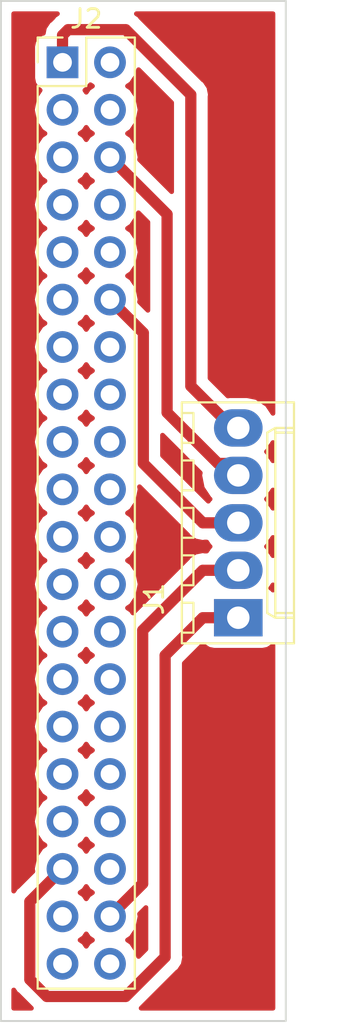
<source format=kicad_pcb>
(kicad_pcb (version 20171130) (host pcbnew 5.0.0-rc2-dev-unknown-5e5e80d~64~ubuntu16.04.1)

  (general
    (thickness 1.6)
    (drawings 4)
    (tracks 30)
    (zones 0)
    (modules 2)
    (nets 41)
  )

  (page A4)
  (layers
    (0 F.Cu signal)
    (31 B.Cu signal)
    (32 B.Adhes user)
    (33 F.Adhes user)
    (34 B.Paste user)
    (35 F.Paste user)
    (36 B.SilkS user)
    (37 F.SilkS user)
    (38 B.Mask user)
    (39 F.Mask user)
    (40 Dwgs.User user)
    (41 Cmts.User user)
    (42 Eco1.User user)
    (43 Eco2.User user)
    (44 Edge.Cuts user)
    (45 Margin user)
    (46 B.CrtYd user)
    (47 F.CrtYd user)
    (48 B.Fab user)
    (49 F.Fab user)
  )

  (setup
    (last_trace_width 0.6)
    (trace_clearance 0.6)
    (zone_clearance 0.508)
    (zone_45_only no)
    (trace_min 0.2)
    (segment_width 0.2)
    (edge_width 0.1)
    (via_size 0.8)
    (via_drill 0.4)
    (via_min_size 0.4)
    (via_min_drill 0.3)
    (uvia_size 0.3)
    (uvia_drill 0.1)
    (uvias_allowed no)
    (uvia_min_size 0.2)
    (uvia_min_drill 0.1)
    (pcb_text_width 0.3)
    (pcb_text_size 1.5 1.5)
    (mod_edge_width 0.15)
    (mod_text_size 1 1)
    (mod_text_width 0.15)
    (pad_size 1.5 1.5)
    (pad_drill 0.6)
    (pad_to_mask_clearance 0)
    (aux_axis_origin 0 0)
    (visible_elements FFFFFF7F)
    (pcbplotparams
      (layerselection 0x01000_7fffffff)
      (usegerberextensions false)
      (usegerberattributes false)
      (usegerberadvancedattributes false)
      (creategerberjobfile false)
      (excludeedgelayer true)
      (linewidth 0.100000)
      (plotframeref false)
      (viasonmask false)
      (mode 1)
      (useauxorigin false)
      (hpglpennumber 1)
      (hpglpenspeed 20)
      (hpglpendiameter 15)
      (psnegative false)
      (psa4output false)
      (plotreference true)
      (plotvalue true)
      (plotinvisibletext false)
      (padsonsilk false)
      (subtractmaskfromsilk false)
      (outputformat 1)
      (mirror false)
      (drillshape 0)
      (scaleselection 1)
      (outputdirectory lpkf_2/))
  )

  (net 0 "")
  (net 1 3.3v)
  (net 2 gnd)
  (net 3 bclk)
  (net 4 dout)
  (net 5 lrcl)
  (net 6 "Net-(J2-Pad40)")
  (net 7 "Net-(J2-Pad39)")
  (net 8 "Net-(J2-Pad37)")
  (net 9 "Net-(J2-Pad36)")
  (net 10 "Net-(J2-Pad34)")
  (net 11 "Net-(J2-Pad33)")
  (net 12 "Net-(J2-Pad32)")
  (net 13 "Net-(J2-Pad31)")
  (net 14 "Net-(J2-Pad30)")
  (net 15 "Net-(J2-Pad29)")
  (net 16 "Net-(J2-Pad28)")
  (net 17 "Net-(J2-Pad27)")
  (net 18 "Net-(J2-Pad26)")
  (net 19 "Net-(J2-Pad25)")
  (net 20 "Net-(J2-Pad24)")
  (net 21 "Net-(J2-Pad23)")
  (net 22 "Net-(J2-Pad22)")
  (net 23 "Net-(J2-Pad21)")
  (net 24 "Net-(J2-Pad20)")
  (net 25 "Net-(J2-Pad19)")
  (net 26 "Net-(J2-Pad18)")
  (net 27 "Net-(J2-Pad17)")
  (net 28 "Net-(J2-Pad16)")
  (net 29 "Net-(J2-Pad15)")
  (net 30 "Net-(J2-Pad14)")
  (net 31 "Net-(J2-Pad13)")
  (net 32 "Net-(J2-Pad11)")
  (net 33 "Net-(J2-Pad10)")
  (net 34 "Net-(J2-Pad9)")
  (net 35 "Net-(J2-Pad8)")
  (net 36 "Net-(J2-Pad7)")
  (net 37 "Net-(J2-Pad5)")
  (net 38 "Net-(J2-Pad4)")
  (net 39 "Net-(J2-Pad3)")
  (net 40 "Net-(J2-Pad2)")

  (net_class Default "This is the default net class."
    (clearance 0.6)
    (trace_width 0.6)
    (via_dia 0.8)
    (via_drill 0.4)
    (uvia_dia 0.3)
    (uvia_drill 0.1)
    (add_net 3.3v)
    (add_net "Net-(J2-Pad10)")
    (add_net "Net-(J2-Pad11)")
    (add_net "Net-(J2-Pad13)")
    (add_net "Net-(J2-Pad14)")
    (add_net "Net-(J2-Pad15)")
    (add_net "Net-(J2-Pad16)")
    (add_net "Net-(J2-Pad17)")
    (add_net "Net-(J2-Pad18)")
    (add_net "Net-(J2-Pad19)")
    (add_net "Net-(J2-Pad2)")
    (add_net "Net-(J2-Pad20)")
    (add_net "Net-(J2-Pad21)")
    (add_net "Net-(J2-Pad22)")
    (add_net "Net-(J2-Pad23)")
    (add_net "Net-(J2-Pad24)")
    (add_net "Net-(J2-Pad25)")
    (add_net "Net-(J2-Pad26)")
    (add_net "Net-(J2-Pad27)")
    (add_net "Net-(J2-Pad28)")
    (add_net "Net-(J2-Pad29)")
    (add_net "Net-(J2-Pad3)")
    (add_net "Net-(J2-Pad30)")
    (add_net "Net-(J2-Pad31)")
    (add_net "Net-(J2-Pad32)")
    (add_net "Net-(J2-Pad33)")
    (add_net "Net-(J2-Pad34)")
    (add_net "Net-(J2-Pad36)")
    (add_net "Net-(J2-Pad37)")
    (add_net "Net-(J2-Pad39)")
    (add_net "Net-(J2-Pad4)")
    (add_net "Net-(J2-Pad40)")
    (add_net "Net-(J2-Pad5)")
    (add_net "Net-(J2-Pad7)")
    (add_net "Net-(J2-Pad8)")
    (add_net "Net-(J2-Pad9)")
    (add_net bclk)
    (add_net dout)
    (add_net gnd)
    (add_net lrcl)
  )

  (module Connectors_Molex:Molex_KK-6410-05_05x2.54mm_Straight (layer F.Cu) (tedit 58EE6EEA) (tstamp 5AEA0FAC)
    (at 133.35 116.84 90)
    (descr "Connector Headers with Friction Lock, 22-27-2051, http://www.molex.com/pdm_docs/sd/022272021_sd.pdf")
    (tags "connector molex kk_6410 22-27-2051")
    (path /5AEA1DA7)
    (fp_text reference J1 (at 1 -4.5 90) (layer F.SilkS)
      (effects (font (size 1 1) (thickness 0.15)))
    )
    (fp_text value Comum (at 5.08 4.5 90) (layer F.Fab)
      (effects (font (size 1 1) (thickness 0.15)))
    )
    (fp_text user %R (at 5.08 0 90) (layer F.Fab)
      (effects (font (size 1 1) (thickness 0.15)))
    )
    (fp_line (start 12.05 3.5) (end -1.9 3.5) (layer F.CrtYd) (width 0.05))
    (fp_line (start 12.05 -3.55) (end 12.05 3.5) (layer F.CrtYd) (width 0.05))
    (fp_line (start -1.9 -3.55) (end 12.05 -3.55) (layer F.CrtYd) (width 0.05))
    (fp_line (start -1.9 3.5) (end -1.9 -3.55) (layer F.CrtYd) (width 0.05))
    (fp_line (start 10.96 -2.4) (end 10.96 -3.02) (layer F.SilkS) (width 0.12))
    (fp_line (start 9.36 -2.4) (end 10.96 -2.4) (layer F.SilkS) (width 0.12))
    (fp_line (start 9.36 -3.02) (end 9.36 -2.4) (layer F.SilkS) (width 0.12))
    (fp_line (start 8.42 -2.4) (end 8.42 -3.02) (layer F.SilkS) (width 0.12))
    (fp_line (start 6.82 -2.4) (end 8.42 -2.4) (layer F.SilkS) (width 0.12))
    (fp_line (start 6.82 -3.02) (end 6.82 -2.4) (layer F.SilkS) (width 0.12))
    (fp_line (start 5.88 -2.4) (end 5.88 -3.02) (layer F.SilkS) (width 0.12))
    (fp_line (start 4.28 -2.4) (end 5.88 -2.4) (layer F.SilkS) (width 0.12))
    (fp_line (start 4.28 -3.02) (end 4.28 -2.4) (layer F.SilkS) (width 0.12))
    (fp_line (start 3.34 -2.4) (end 3.34 -3.02) (layer F.SilkS) (width 0.12))
    (fp_line (start 1.74 -2.4) (end 3.34 -2.4) (layer F.SilkS) (width 0.12))
    (fp_line (start 1.74 -3.02) (end 1.74 -2.4) (layer F.SilkS) (width 0.12))
    (fp_line (start 0.8 -2.4) (end 0.8 -3.02) (layer F.SilkS) (width 0.12))
    (fp_line (start -0.8 -2.4) (end 0.8 -2.4) (layer F.SilkS) (width 0.12))
    (fp_line (start -0.8 -3.02) (end -0.8 -2.4) (layer F.SilkS) (width 0.12))
    (fp_line (start 9.91 2.98) (end 9.91 1.98) (layer F.SilkS) (width 0.12))
    (fp_line (start 0.25 2.98) (end 0.25 1.98) (layer F.SilkS) (width 0.12))
    (fp_line (start 9.91 1.55) (end 10.16 1.98) (layer F.SilkS) (width 0.12))
    (fp_line (start 0.25 1.55) (end 9.91 1.55) (layer F.SilkS) (width 0.12))
    (fp_line (start 0 1.98) (end 0.25 1.55) (layer F.SilkS) (width 0.12))
    (fp_line (start 10.16 1.98) (end 10.16 2.98) (layer F.SilkS) (width 0.12))
    (fp_line (start 0 1.98) (end 10.16 1.98) (layer F.SilkS) (width 0.12))
    (fp_line (start 0 2.98) (end 0 1.98) (layer F.SilkS) (width 0.12))
    (fp_line (start 11.53 -3.02) (end -1.37 -3.02) (layer F.SilkS) (width 0.12))
    (fp_line (start 11.53 2.98) (end 11.53 -3.02) (layer F.SilkS) (width 0.12))
    (fp_line (start -1.37 2.98) (end 11.53 2.98) (layer F.SilkS) (width 0.12))
    (fp_line (start -1.37 -3.02) (end -1.37 2.98) (layer F.SilkS) (width 0.12))
    (fp_line (start 11.63 -3.12) (end -1.47 -3.12) (layer F.Fab) (width 0.12))
    (fp_line (start 11.63 3.08) (end 11.63 -3.12) (layer F.Fab) (width 0.12))
    (fp_line (start -1.47 3.08) (end 11.63 3.08) (layer F.Fab) (width 0.12))
    (fp_line (start -1.47 -3.12) (end -1.47 3.08) (layer F.Fab) (width 0.12))
    (pad 5 thru_hole oval (at 10.16 0 90) (size 2 2.6) (drill 1.2) (layers *.Cu *.Mask)
      (net 1 3.3v))
    (pad 4 thru_hole oval (at 7.62 0 90) (size 2 2.6) (drill 1.2) (layers *.Cu *.Mask)
      (net 2 gnd))
    (pad 3 thru_hole oval (at 5.08 0 90) (size 2 2.6) (drill 1.2) (layers *.Cu *.Mask)
      (net 3 bclk))
    (pad 2 thru_hole oval (at 2.54 0 90) (size 2 2.6) (drill 1.2) (layers *.Cu *.Mask)
      (net 4 dout))
    (pad 1 thru_hole rect (at 0 0 90) (size 2 2.6) (drill 1.2) (layers *.Cu *.Mask)
      (net 5 lrcl))
    (model ${KISYS3DMOD}/Connectors_Molex.3dshapes/Molex_KK-6410-05_05x2.54mm_Straight.wrl
      (at (xyz 0 0 0))
      (scale (xyz 1 1 1))
      (rotate (xyz 0 0 0))
    )
  )

  (module Pin_Headers:Pin_Header_Straight_2x20_Pitch2.54mm (layer F.Cu) (tedit 59650533) (tstamp 5AEA0FEA)
    (at 123.945001 87.1075)
    (descr "Through hole straight pin header, 2x20, 2.54mm pitch, double rows")
    (tags "Through hole pin header THT 2x20 2.54mm double row")
    (path /5AEA1231)
    (fp_text reference J2 (at 1.27 -2.33) (layer F.SilkS)
      (effects (font (size 1 1) (thickness 0.15)))
    )
    (fp_text value RPI (at 1.27 50.59) (layer F.Fab)
      (effects (font (size 1 1) (thickness 0.15)))
    )
    (fp_text user %R (at 1.27 24.13 90) (layer F.Fab)
      (effects (font (size 1 1) (thickness 0.15)))
    )
    (fp_line (start 4.35 -1.8) (end -1.8 -1.8) (layer F.CrtYd) (width 0.05))
    (fp_line (start 4.35 50.05) (end 4.35 -1.8) (layer F.CrtYd) (width 0.05))
    (fp_line (start -1.8 50.05) (end 4.35 50.05) (layer F.CrtYd) (width 0.05))
    (fp_line (start -1.8 -1.8) (end -1.8 50.05) (layer F.CrtYd) (width 0.05))
    (fp_line (start -1.33 -1.33) (end 0 -1.33) (layer F.SilkS) (width 0.12))
    (fp_line (start -1.33 0) (end -1.33 -1.33) (layer F.SilkS) (width 0.12))
    (fp_line (start 1.27 -1.33) (end 3.87 -1.33) (layer F.SilkS) (width 0.12))
    (fp_line (start 1.27 1.27) (end 1.27 -1.33) (layer F.SilkS) (width 0.12))
    (fp_line (start -1.33 1.27) (end 1.27 1.27) (layer F.SilkS) (width 0.12))
    (fp_line (start 3.87 -1.33) (end 3.87 49.59) (layer F.SilkS) (width 0.12))
    (fp_line (start -1.33 1.27) (end -1.33 49.59) (layer F.SilkS) (width 0.12))
    (fp_line (start -1.33 49.59) (end 3.87 49.59) (layer F.SilkS) (width 0.12))
    (fp_line (start -1.27 0) (end 0 -1.27) (layer F.Fab) (width 0.1))
    (fp_line (start -1.27 49.53) (end -1.27 0) (layer F.Fab) (width 0.1))
    (fp_line (start 3.81 49.53) (end -1.27 49.53) (layer F.Fab) (width 0.1))
    (fp_line (start 3.81 -1.27) (end 3.81 49.53) (layer F.Fab) (width 0.1))
    (fp_line (start 0 -1.27) (end 3.81 -1.27) (layer F.Fab) (width 0.1))
    (pad 40 thru_hole oval (at 2.54 48.26) (size 1.7 1.7) (drill 1) (layers *.Cu *.Mask)
      (net 6 "Net-(J2-Pad40)"))
    (pad 39 thru_hole oval (at 0 48.26) (size 1.7 1.7) (drill 1) (layers *.Cu *.Mask)
      (net 7 "Net-(J2-Pad39)"))
    (pad 38 thru_hole oval (at 2.54 45.72) (size 1.7 1.7) (drill 1) (layers *.Cu *.Mask)
      (net 4 dout))
    (pad 37 thru_hole oval (at 0 45.72) (size 1.7 1.7) (drill 1) (layers *.Cu *.Mask)
      (net 8 "Net-(J2-Pad37)"))
    (pad 36 thru_hole oval (at 2.54 43.18) (size 1.7 1.7) (drill 1) (layers *.Cu *.Mask)
      (net 9 "Net-(J2-Pad36)"))
    (pad 35 thru_hole oval (at 0 43.18) (size 1.7 1.7) (drill 1) (layers *.Cu *.Mask)
      (net 5 lrcl))
    (pad 34 thru_hole oval (at 2.54 40.64) (size 1.7 1.7) (drill 1) (layers *.Cu *.Mask)
      (net 10 "Net-(J2-Pad34)"))
    (pad 33 thru_hole oval (at 0 40.64) (size 1.7 1.7) (drill 1) (layers *.Cu *.Mask)
      (net 11 "Net-(J2-Pad33)"))
    (pad 32 thru_hole oval (at 2.54 38.1) (size 1.7 1.7) (drill 1) (layers *.Cu *.Mask)
      (net 12 "Net-(J2-Pad32)"))
    (pad 31 thru_hole oval (at 0 38.1) (size 1.7 1.7) (drill 1) (layers *.Cu *.Mask)
      (net 13 "Net-(J2-Pad31)"))
    (pad 30 thru_hole oval (at 2.54 35.56) (size 1.7 1.7) (drill 1) (layers *.Cu *.Mask)
      (net 14 "Net-(J2-Pad30)"))
    (pad 29 thru_hole oval (at 0 35.56) (size 1.7 1.7) (drill 1) (layers *.Cu *.Mask)
      (net 15 "Net-(J2-Pad29)"))
    (pad 28 thru_hole oval (at 2.54 33.02) (size 1.7 1.7) (drill 1) (layers *.Cu *.Mask)
      (net 16 "Net-(J2-Pad28)"))
    (pad 27 thru_hole oval (at 0 33.02) (size 1.7 1.7) (drill 1) (layers *.Cu *.Mask)
      (net 17 "Net-(J2-Pad27)"))
    (pad 26 thru_hole oval (at 2.54 30.48) (size 1.7 1.7) (drill 1) (layers *.Cu *.Mask)
      (net 18 "Net-(J2-Pad26)"))
    (pad 25 thru_hole oval (at 0 30.48) (size 1.7 1.7) (drill 1) (layers *.Cu *.Mask)
      (net 19 "Net-(J2-Pad25)"))
    (pad 24 thru_hole oval (at 2.54 27.94) (size 1.7 1.7) (drill 1) (layers *.Cu *.Mask)
      (net 20 "Net-(J2-Pad24)"))
    (pad 23 thru_hole oval (at 0 27.94) (size 1.7 1.7) (drill 1) (layers *.Cu *.Mask)
      (net 21 "Net-(J2-Pad23)"))
    (pad 22 thru_hole oval (at 2.54 25.4) (size 1.7 1.7) (drill 1) (layers *.Cu *.Mask)
      (net 22 "Net-(J2-Pad22)"))
    (pad 21 thru_hole oval (at 0 25.4) (size 1.7 1.7) (drill 1) (layers *.Cu *.Mask)
      (net 23 "Net-(J2-Pad21)"))
    (pad 20 thru_hole oval (at 2.54 22.86) (size 1.7 1.7) (drill 1) (layers *.Cu *.Mask)
      (net 24 "Net-(J2-Pad20)"))
    (pad 19 thru_hole oval (at 0 22.86) (size 1.7 1.7) (drill 1) (layers *.Cu *.Mask)
      (net 25 "Net-(J2-Pad19)"))
    (pad 18 thru_hole oval (at 2.54 20.32) (size 1.7 1.7) (drill 1) (layers *.Cu *.Mask)
      (net 26 "Net-(J2-Pad18)"))
    (pad 17 thru_hole oval (at 0 20.32) (size 1.7 1.7) (drill 1) (layers *.Cu *.Mask)
      (net 27 "Net-(J2-Pad17)"))
    (pad 16 thru_hole oval (at 2.54 17.78) (size 1.7 1.7) (drill 1) (layers *.Cu *.Mask)
      (net 28 "Net-(J2-Pad16)"))
    (pad 15 thru_hole oval (at 0 17.78) (size 1.7 1.7) (drill 1) (layers *.Cu *.Mask)
      (net 29 "Net-(J2-Pad15)"))
    (pad 14 thru_hole oval (at 2.54 15.24) (size 1.7 1.7) (drill 1) (layers *.Cu *.Mask)
      (net 30 "Net-(J2-Pad14)"))
    (pad 13 thru_hole oval (at 0 15.24) (size 1.7 1.7) (drill 1) (layers *.Cu *.Mask)
      (net 31 "Net-(J2-Pad13)"))
    (pad 12 thru_hole oval (at 2.54 12.7) (size 1.7 1.7) (drill 1) (layers *.Cu *.Mask)
      (net 3 bclk))
    (pad 11 thru_hole oval (at 0 12.7) (size 1.7 1.7) (drill 1) (layers *.Cu *.Mask)
      (net 32 "Net-(J2-Pad11)"))
    (pad 10 thru_hole oval (at 2.54 10.16) (size 1.7 1.7) (drill 1) (layers *.Cu *.Mask)
      (net 33 "Net-(J2-Pad10)"))
    (pad 9 thru_hole oval (at 0 10.16) (size 1.7 1.7) (drill 1) (layers *.Cu *.Mask)
      (net 34 "Net-(J2-Pad9)"))
    (pad 8 thru_hole oval (at 2.54 7.62) (size 1.7 1.7) (drill 1) (layers *.Cu *.Mask)
      (net 35 "Net-(J2-Pad8)"))
    (pad 7 thru_hole oval (at 0 7.62) (size 1.7 1.7) (drill 1) (layers *.Cu *.Mask)
      (net 36 "Net-(J2-Pad7)"))
    (pad 6 thru_hole oval (at 2.54 5.08) (size 1.7 1.7) (drill 1) (layers *.Cu *.Mask)
      (net 2 gnd))
    (pad 5 thru_hole oval (at 0 5.08) (size 1.7 1.7) (drill 1) (layers *.Cu *.Mask)
      (net 37 "Net-(J2-Pad5)"))
    (pad 4 thru_hole oval (at 2.54 2.54) (size 1.7 1.7) (drill 1) (layers *.Cu *.Mask)
      (net 38 "Net-(J2-Pad4)"))
    (pad 3 thru_hole oval (at 0 2.54) (size 1.7 1.7) (drill 1) (layers *.Cu *.Mask)
      (net 39 "Net-(J2-Pad3)"))
    (pad 2 thru_hole oval (at 2.54 0) (size 1.7 1.7) (drill 1) (layers *.Cu *.Mask)
      (net 40 "Net-(J2-Pad2)"))
    (pad 1 thru_hole rect (at 0 0) (size 1.7 1.7) (drill 1) (layers *.Cu *.Mask)
      (net 1 3.3v))
    (model ${KISYS3DMOD}/Pin_Headers.3dshapes/Pin_Header_Straight_2x20_Pitch2.54mm.wrl
      (at (xyz 0 0 0))
      (scale (xyz 1 1 1))
      (rotate (xyz 0 0 0))
    )
  )

  (gr_line (start 120.65 138.43) (end 120.65 83.82) (layer Edge.Cuts) (width 0.1))
  (gr_line (start 135.89 138.43) (end 120.65 138.43) (layer Edge.Cuts) (width 0.1))
  (gr_line (start 135.89 83.82) (end 135.89 138.43) (layer Edge.Cuts) (width 0.1))
  (gr_line (start 120.65 83.82) (end 135.89 83.82) (layer Edge.Cuts) (width 0.1))

  (segment (start 133.05 106.68) (end 130.81 104.44) (width 0.6) (layer F.Cu) (net 1))
  (segment (start 133.35 106.68) (end 133.05 106.68) (width 0.6) (layer F.Cu) (net 1))
  (segment (start 124.245002 85.357499) (end 123.945001 85.6575) (width 0.6) (layer F.Cu) (net 1))
  (segment (start 123.945001 85.6575) (end 123.945001 87.1075) (width 0.6) (layer F.Cu) (net 1))
  (segment (start 127.325002 85.357499) (end 124.245002 85.357499) (width 0.6) (layer F.Cu) (net 1))
  (segment (start 130.81 88.842497) (end 127.325002 85.357499) (width 0.6) (layer F.Cu) (net 1))
  (segment (start 130.81 104.44) (end 130.81 88.842497) (width 0.6) (layer F.Cu) (net 1))
  (segment (start 132.262991 108.58001) (end 129.54 105.857019) (width 0.6) (layer F.Cu) (net 2))
  (segment (start 132.71001 108.58001) (end 132.262991 108.58001) (width 0.6) (layer F.Cu) (net 2))
  (segment (start 133.35 109.22) (end 132.71001 108.58001) (width 0.6) (layer F.Cu) (net 2))
  (segment (start 129.54 95.242499) (end 126.485001 92.1875) (width 0.6) (layer F.Cu) (net 2))
  (segment (start 129.54 105.857019) (end 129.54 95.242499) (width 0.6) (layer F.Cu) (net 2))
  (segment (start 131.45 111.76) (end 128.27 108.58) (width 0.6) (layer F.Cu) (net 3))
  (segment (start 133.35 111.76) (end 131.45 111.76) (width 0.6) (layer F.Cu) (net 3))
  (segment (start 128.27 101.592499) (end 126.485001 99.8075) (width 0.6) (layer F.Cu) (net 3))
  (segment (start 128.27 108.58) (end 128.27 101.592499) (width 0.6) (layer F.Cu) (net 3))
  (segment (start 127.335 131.977501) (end 126.485001 132.8275) (width 0.6) (layer F.Cu) (net 4))
  (segment (start 128.235002 117.514998) (end 128.235002 131.077499) (width 0.6) (layer F.Cu) (net 4))
  (segment (start 131.45 114.3) (end 128.235002 117.514998) (width 0.6) (layer F.Cu) (net 4))
  (segment (start 128.235002 131.077499) (end 127.335 131.977501) (width 0.6) (layer F.Cu) (net 4))
  (segment (start 133.35 114.3) (end 131.45 114.3) (width 0.6) (layer F.Cu) (net 4))
  (segment (start 123.095002 131.137499) (end 123.945001 130.2875) (width 0.6) (layer F.Cu) (net 5))
  (segment (start 122.195 132.037501) (end 123.095002 131.137499) (width 0.6) (layer F.Cu) (net 5))
  (segment (start 122.195 136.207501) (end 122.195 132.037501) (width 0.6) (layer F.Cu) (net 5))
  (segment (start 123.105 137.117501) (end 122.195 136.207501) (width 0.6) (layer F.Cu) (net 5))
  (segment (start 127.325002 137.117501) (end 123.105 137.117501) (width 0.6) (layer F.Cu) (net 5))
  (segment (start 129.435012 135.007491) (end 127.325002 137.117501) (width 0.6) (layer F.Cu) (net 5))
  (segment (start 129.435012 118.854988) (end 129.435012 135.007491) (width 0.6) (layer F.Cu) (net 5))
  (segment (start 131.45 116.84) (end 129.435012 118.854988) (width 0.6) (layer F.Cu) (net 5))
  (segment (start 133.35 116.84) (end 131.45 116.84) (width 0.6) (layer F.Cu) (net 5))

  (zone (net 0) (net_name "") (layer F.Cu) (tstamp 0) (hatch edge 0.508)
    (connect_pads (clearance 0.508))
    (min_thickness 0.254)
    (fill yes (arc_segments 16) (thermal_gap 0.508) (thermal_bridge_width 0.508))
    (polygon
      (pts
        (xy 120.65 83.82) (xy 135.89 83.82) (xy 135.89 138.43) (xy 120.65 138.43)
      )
    )
    (filled_polygon
      (pts
        (xy 121.454574 136.947927) (xy 121.54033 137.005227) (xy 122.280101 137.745) (xy 121.335 137.745) (xy 121.335 136.768971)
      )
    )
    (filled_polygon
      (pts
        (xy 131.525863 118.364137) (xy 131.766339 118.524818) (xy 132.05 118.581242) (xy 134.65 118.581242) (xy 134.933661 118.524818)
        (xy 135.174137 118.364137) (xy 135.205001 118.317946) (xy 135.205001 137.745) (xy 128.149899 137.745) (xy 130.089684 135.805216)
        (xy 130.175438 135.747917) (xy 130.402425 135.408206) (xy 130.462012 135.108641) (xy 130.462012 135.10864) (xy 130.482132 135.007491)
        (xy 130.462012 134.906342) (xy 130.462012 119.280384) (xy 131.466742 118.275656)
      )
    )
    (filled_polygon
      (pts
        (xy 128.408013 134.582093) (xy 128.01487 134.975237) (xy 127.970502 134.752185) (xy 127.621954 134.230547) (xy 127.422835 134.0975)
        (xy 127.621954 133.964453) (xy 127.970502 133.442815) (xy 128.092896 132.8275) (xy 128.067097 132.697801) (xy 128.132722 132.632176)
        (xy 128.132724 132.632173) (xy 128.408013 132.356885)
      )
    )
    (filled_polygon
      (pts
        (xy 125.348048 133.964453) (xy 125.547167 134.0975) (xy 125.348048 134.230547) (xy 125.215001 134.429666) (xy 125.081954 134.230547)
        (xy 124.882835 134.0975) (xy 125.081954 133.964453) (xy 125.215001 133.765334)
      )
    )
    (filled_polygon
      (pts
        (xy 125.348048 131.424453) (xy 125.547167 131.5575) (xy 125.348048 131.690547) (xy 125.215001 131.889666) (xy 125.081954 131.690547)
        (xy 124.882835 131.5575) (xy 125.081954 131.424453) (xy 125.215001 131.225334)
      )
    )
    (filled_polygon
      (pts
        (xy 123.504576 84.617073) (xy 123.447277 84.702827) (xy 123.290331 84.859774) (xy 123.204575 84.917074) (xy 122.977588 85.256786)
        (xy 122.957555 85.3575) (xy 122.919013 85.551264) (xy 122.81134 85.572682) (xy 122.570864 85.733363) (xy 122.410183 85.973839)
        (xy 122.353759 86.2575) (xy 122.353759 87.9575) (xy 122.410183 88.241161) (xy 122.570864 88.481637) (xy 122.748194 88.600125)
        (xy 122.4595 89.032185) (xy 122.337106 89.6475) (xy 122.4595 90.262815) (xy 122.808048 90.784453) (xy 123.007167 90.9175)
        (xy 122.808048 91.050547) (xy 122.4595 91.572185) (xy 122.337106 92.1875) (xy 122.4595 92.802815) (xy 122.808048 93.324453)
        (xy 123.007167 93.4575) (xy 122.808048 93.590547) (xy 122.4595 94.112185) (xy 122.337106 94.7275) (xy 122.4595 95.342815)
        (xy 122.808048 95.864453) (xy 123.007167 95.9975) (xy 122.808048 96.130547) (xy 122.4595 96.652185) (xy 122.337106 97.2675)
        (xy 122.4595 97.882815) (xy 122.808048 98.404453) (xy 123.007167 98.5375) (xy 122.808048 98.670547) (xy 122.4595 99.192185)
        (xy 122.337106 99.8075) (xy 122.4595 100.422815) (xy 122.808048 100.944453) (xy 123.007167 101.0775) (xy 122.808048 101.210547)
        (xy 122.4595 101.732185) (xy 122.337106 102.3475) (xy 122.4595 102.962815) (xy 122.808048 103.484453) (xy 123.007167 103.6175)
        (xy 122.808048 103.750547) (xy 122.4595 104.272185) (xy 122.337106 104.8875) (xy 122.4595 105.502815) (xy 122.808048 106.024453)
        (xy 123.007167 106.1575) (xy 122.808048 106.290547) (xy 122.4595 106.812185) (xy 122.337106 107.4275) (xy 122.4595 108.042815)
        (xy 122.808048 108.564453) (xy 123.007167 108.6975) (xy 122.808048 108.830547) (xy 122.4595 109.352185) (xy 122.337106 109.9675)
        (xy 122.4595 110.582815) (xy 122.808048 111.104453) (xy 123.007167 111.2375) (xy 122.808048 111.370547) (xy 122.4595 111.892185)
        (xy 122.337106 112.5075) (xy 122.4595 113.122815) (xy 122.808048 113.644453) (xy 123.007167 113.7775) (xy 122.808048 113.910547)
        (xy 122.4595 114.432185) (xy 122.337106 115.0475) (xy 122.4595 115.662815) (xy 122.808048 116.184453) (xy 123.007167 116.3175)
        (xy 122.808048 116.450547) (xy 122.4595 116.972185) (xy 122.337106 117.5875) (xy 122.4595 118.202815) (xy 122.808048 118.724453)
        (xy 123.007167 118.8575) (xy 122.808048 118.990547) (xy 122.4595 119.512185) (xy 122.337106 120.1275) (xy 122.4595 120.742815)
        (xy 122.808048 121.264453) (xy 123.007167 121.3975) (xy 122.808048 121.530547) (xy 122.4595 122.052185) (xy 122.337106 122.6675)
        (xy 122.4595 123.282815) (xy 122.808048 123.804453) (xy 123.007167 123.9375) (xy 122.808048 124.070547) (xy 122.4595 124.592185)
        (xy 122.337106 125.2075) (xy 122.4595 125.822815) (xy 122.808048 126.344453) (xy 123.007167 126.4775) (xy 122.808048 126.610547)
        (xy 122.4595 127.132185) (xy 122.337106 127.7475) (xy 122.4595 128.362815) (xy 122.808048 128.884453) (xy 123.007167 129.0175)
        (xy 122.808048 129.150547) (xy 122.4595 129.672185) (xy 122.337106 130.2875) (xy 122.362905 130.417199) (xy 121.540328 131.239777)
        (xy 121.454575 131.297075) (xy 121.397278 131.382827) (xy 121.335 131.476033) (xy 121.335 84.505) (xy 123.672306 84.505)
      )
    )
    (filled_polygon
      (pts
        (xy 125.348048 128.884453) (xy 125.547167 129.0175) (xy 125.348048 129.150547) (xy 125.215001 129.349666) (xy 125.081954 129.150547)
        (xy 124.882835 129.0175) (xy 125.081954 128.884453) (xy 125.215001 128.685334)
      )
    )
    (filled_polygon
      (pts
        (xy 125.348048 126.344453) (xy 125.547167 126.4775) (xy 125.348048 126.610547) (xy 125.215001 126.809666) (xy 125.081954 126.610547)
        (xy 124.882835 126.4775) (xy 125.081954 126.344453) (xy 125.215001 126.145334)
      )
    )
    (filled_polygon
      (pts
        (xy 125.348048 123.804453) (xy 125.547167 123.9375) (xy 125.348048 124.070547) (xy 125.215001 124.269666) (xy 125.081954 124.070547)
        (xy 124.882835 123.9375) (xy 125.081954 123.804453) (xy 125.215001 123.605334)
      )
    )
    (filled_polygon
      (pts
        (xy 125.348048 121.264453) (xy 125.547167 121.3975) (xy 125.348048 121.530547) (xy 125.215001 121.729666) (xy 125.081954 121.530547)
        (xy 124.882835 121.3975) (xy 125.081954 121.264453) (xy 125.215001 121.065334)
      )
    )
    (filled_polygon
      (pts
        (xy 125.348048 118.724453) (xy 125.547167 118.8575) (xy 125.348048 118.990547) (xy 125.215001 119.189666) (xy 125.081954 118.990547)
        (xy 124.882835 118.8575) (xy 125.081954 118.724453) (xy 125.215001 118.525334)
      )
    )
    (filled_polygon
      (pts
        (xy 125.348048 116.184453) (xy 125.547167 116.3175) (xy 125.348048 116.450547) (xy 125.215001 116.649666) (xy 125.081954 116.450547)
        (xy 124.882835 116.3175) (xy 125.081954 116.184453) (xy 125.215001 115.985334)
      )
    )
    (filled_polygon
      (pts
        (xy 130.652275 112.414672) (xy 130.709574 112.500426) (xy 130.968152 112.673202) (xy 131.049283 112.727412) (xy 131.049284 112.727412)
        (xy 131.049285 112.727413) (xy 131.34885 112.787) (xy 131.449999 112.80712) (xy 131.551148 112.787) (xy 131.659175 112.787)
        (xy 131.804903 113.005097) (xy 131.842173 113.03) (xy 131.804903 113.054903) (xy 131.659175 113.273) (xy 131.551149 113.273)
        (xy 131.45 113.25288) (xy 131.348851 113.273) (xy 131.34885 113.273) (xy 131.049285 113.332587) (xy 130.709574 113.559574)
        (xy 130.652275 113.645328) (xy 127.712118 116.585486) (xy 127.621954 116.450547) (xy 127.422835 116.3175) (xy 127.621954 116.184453)
        (xy 127.970502 115.662815) (xy 128.092896 115.0475) (xy 127.970502 114.432185) (xy 127.621954 113.910547) (xy 127.422835 113.7775)
        (xy 127.621954 113.644453) (xy 127.970502 113.122815) (xy 128.092896 112.5075) (xy 127.970502 111.892185) (xy 127.621954 111.370547)
        (xy 127.422835 111.2375) (xy 127.621954 111.104453) (xy 127.970502 110.582815) (xy 128.092896 109.9675) (xy 128.065034 109.827431)
      )
    )
    (filled_polygon
      (pts
        (xy 135.205001 115.362054) (xy 135.174137 115.315863) (xy 135.087118 115.257718) (xy 135.205001 115.081294)
      )
    )
    (filled_polygon
      (pts
        (xy 125.348048 113.644453) (xy 125.547167 113.7775) (xy 125.348048 113.910547) (xy 125.215001 114.109666) (xy 125.081954 113.910547)
        (xy 124.882835 113.7775) (xy 125.081954 113.644453) (xy 125.215001 113.445334)
      )
    )
    (filled_polygon
      (pts
        (xy 135.205001 113.518706) (xy 134.895097 113.054903) (xy 134.857827 113.03) (xy 134.895097 113.005097) (xy 135.205001 112.541294)
      )
    )
    (filled_polygon
      (pts
        (xy 125.348048 111.104453) (xy 125.547167 111.2375) (xy 125.348048 111.370547) (xy 125.215001 111.569666) (xy 125.081954 111.370547)
        (xy 124.882835 111.2375) (xy 125.081954 111.104453) (xy 125.215001 110.905334)
      )
    )
    (filled_polygon
      (pts
        (xy 135.205 110.978706) (xy 134.895097 110.514903) (xy 134.857827 110.49) (xy 134.895097 110.465097) (xy 135.205 110.001294)
      )
    )
    (filled_polygon
      (pts
        (xy 131.315948 109.085364) (xy 131.289167 109.22) (xy 131.423202 109.893842) (xy 131.804903 110.465097) (xy 131.842173 110.49)
        (xy 131.804903 110.514903) (xy 131.745781 110.603385) (xy 129.297 108.154604) (xy 129.297 107.066415)
      )
    )
    (filled_polygon
      (pts
        (xy 125.348048 108.564453) (xy 125.547167 108.6975) (xy 125.348048 108.830547) (xy 125.215001 109.029666) (xy 125.081954 108.830547)
        (xy 124.882835 108.6975) (xy 125.081954 108.564453) (xy 125.215001 108.365334)
      )
    )
    (filled_polygon
      (pts
        (xy 135.205 108.438706) (xy 134.895097 107.974903) (xy 134.857827 107.95) (xy 134.895097 107.925097) (xy 135.205 107.461294)
      )
    )
    (filled_polygon
      (pts
        (xy 125.348048 106.024453) (xy 125.547167 106.1575) (xy 125.348048 106.290547) (xy 125.215001 106.489666) (xy 125.081954 106.290547)
        (xy 124.882835 106.1575) (xy 125.081954 106.024453) (xy 125.215001 105.825334)
      )
    )
    (filled_polygon
      (pts
        (xy 135.205 105.898705) (xy 134.895097 105.434903) (xy 134.323842 105.053202) (xy 133.820091 104.953) (xy 132.879909 104.953)
        (xy 132.792737 104.97034) (xy 131.837 104.014604) (xy 131.837 88.943645) (xy 131.85712 88.842496) (xy 131.791091 88.510547)
        (xy 131.777413 88.441782) (xy 131.550426 88.102071) (xy 131.464675 88.044774) (xy 128.122728 84.702829) (xy 128.065428 84.617073)
        (xy 127.897698 84.505) (xy 135.205 84.505)
      )
    )
    (filled_polygon
      (pts
        (xy 125.348048 103.484453) (xy 125.547167 103.6175) (xy 125.348048 103.750547) (xy 125.215001 103.949666) (xy 125.081954 103.750547)
        (xy 124.882835 103.6175) (xy 125.081954 103.484453) (xy 125.215001 103.285334)
      )
    )
    (filled_polygon
      (pts
        (xy 125.348048 100.944453) (xy 125.547167 101.0775) (xy 125.348048 101.210547) (xy 125.215001 101.409666) (xy 125.081954 101.210547)
        (xy 124.882835 101.0775) (xy 125.081954 100.944453) (xy 125.215001 100.745334)
      )
    )
    (filled_polygon
      (pts
        (xy 128.513001 95.667897) (xy 128.513001 100.383103) (xy 128.067097 99.9372) (xy 128.092896 99.8075) (xy 127.970502 99.192185)
        (xy 127.621954 98.670547) (xy 127.422835 98.5375) (xy 127.621954 98.404453) (xy 127.970502 97.882815) (xy 128.092896 97.2675)
        (xy 127.970502 96.652185) (xy 127.621954 96.130547) (xy 127.422835 95.9975) (xy 127.621954 95.864453) (xy 127.970502 95.342815)
        (xy 128.006574 95.16147)
      )
    )
    (filled_polygon
      (pts
        (xy 125.348048 98.404453) (xy 125.547167 98.5375) (xy 125.348048 98.670547) (xy 125.215001 98.869666) (xy 125.081954 98.670547)
        (xy 124.882835 98.5375) (xy 125.081954 98.404453) (xy 125.215001 98.205334)
      )
    )
    (filled_polygon
      (pts
        (xy 125.348048 95.864453) (xy 125.547167 95.9975) (xy 125.348048 96.130547) (xy 125.215001 96.329666) (xy 125.081954 96.130547)
        (xy 124.882835 95.9975) (xy 125.081954 95.864453) (xy 125.215001 95.665334)
      )
    )
    (filled_polygon
      (pts
        (xy 129.783001 89.267896) (xy 129.783001 94.033103) (xy 128.067097 92.3172) (xy 128.092896 92.1875) (xy 127.970502 91.572185)
        (xy 127.621954 91.050547) (xy 127.422835 90.9175) (xy 127.621954 90.784453) (xy 127.970502 90.262815) (xy 128.092896 89.6475)
        (xy 127.970502 89.032185) (xy 127.621954 88.510547) (xy 127.422835 88.3775) (xy 127.621954 88.244453) (xy 127.970502 87.722815)
        (xy 128.01487 87.499764)
      )
    )
    (filled_polygon
      (pts
        (xy 125.348048 93.324453) (xy 125.547167 93.4575) (xy 125.348048 93.590547) (xy 125.215001 93.789666) (xy 125.081954 93.590547)
        (xy 124.882835 93.4575) (xy 125.081954 93.324453) (xy 125.215001 93.125334)
      )
    )
    (filled_polygon
      (pts
        (xy 125.348048 90.784453) (xy 125.547167 90.9175) (xy 125.348048 91.050547) (xy 125.215001 91.249666) (xy 125.081954 91.050547)
        (xy 124.882835 90.9175) (xy 125.081954 90.784453) (xy 125.215001 90.585334)
      )
    )
    (filled_polygon
      (pts
        (xy 125.547167 88.3775) (xy 125.348048 88.510547) (xy 125.215001 88.709666) (xy 125.141808 88.600125) (xy 125.319138 88.481637)
        (xy 125.437626 88.304307)
      )
    )
  )
)

</source>
